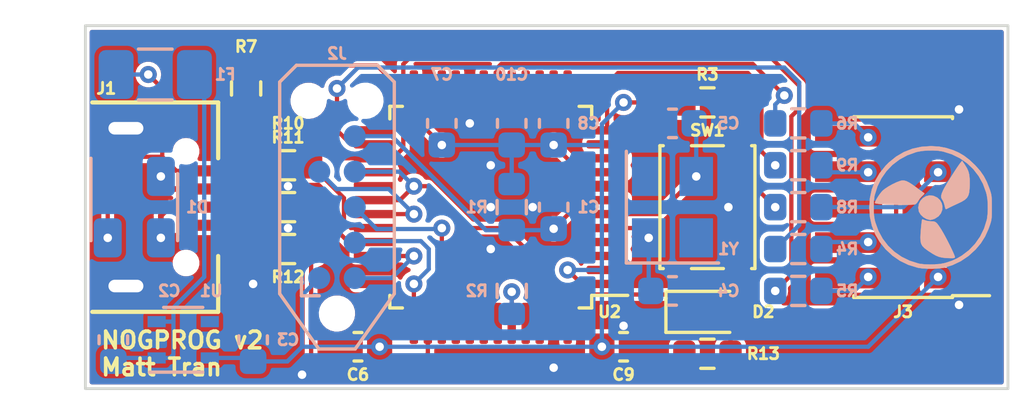
<source format=kicad_pcb>
(kicad_pcb (version 20211014) (generator pcbnew)
  (layers (0 "F.Cu" signal) (31 "B.Cu" signal) (34 "B.Paste" user) (35 "F.Paste" user) (36 "B.SilkS" user "B.Silkscreen") (37 "F.SilkS" user "F.Silkscreen") (38 "B.Mask" user) (39 "F.Mask" user) (44 "Edge.Cuts" user))
  (net 0 "")
  (net 1 "/IF_RST")
  (net 2 "GND")
  (net 3 "+5V")
  (net 4 "+3V3")
  (net 5 "Net-(C4-Pad2)")
  (net 6 "Net-(C5-Pad1)")
  (net 7 "/D-")
  (net 8 "/D+")
  (net 9 "Net-(D1-Pad4)")
  (net 10 "/IF_TX")
  (net 11 "Net-(D2-Pad2)")
  (net 13 "/IF_RX")
  (net 14 "/IF_SWO")
  (net 15 "/IF_SWCLK")
  (net 16 "/IF_SWDIO")
  (net 17 "/TGT_SWDIO")
  (net 18 "/TGT_SWCLK")
  (net 20 "/TGT_TX")
  (net 21 "/TGT_RX")
  (net 22 "/TGT_RST")
  (net 23 "/BOOT0")
  (net 24 "Net-(R4-Pad2)")
  (net 25 "Net-(R5-Pad2)")
  (net 26 "Net-(R6-Pad2)")
  (net 27 "Net-(R7-Pad2)")
  (net 28 "Net-(R8-Pad1)")
  (net 29 "Net-(R9-Pad1)")
  (net 30 "Net-(R10-Pad1)")
  (net 31 "Net-(R11-Pad1)")
  (net 32 "/USB_CONN")
  (footprint "Capacitor_SMD:C_0603_1608Metric" (layer "F.Cu") (at 154.75 105)
    (fp_text reference "C9" (at 0 1 180) (layer "F.SilkS") (effects (font (size 0.4 0.4) (thickness 0.1))))
    (fp_text value "100n")
    (pad "1" smd roundrect locked (at -0.775 0) (size 0.9 0.95) (layers "F.Cu" "F.Paste" "F.Mask") (net 4 "+3V3"))
    (pad "2" smd roundrect locked (at 0.775 0) (size 0.9 0.95) (layers "F.Cu" "F.Paste" "F.Mask") (net 2 "GND"))
  )
  (footprint "LED_SMD:LED_0603_1608Metric" (layer "F.Cu") (at 157.75 103.75)
    (fp_text reference "D2" (at 2 0) (layer "F.SilkS") (effects (font (size 0.4 0.4) (thickness 0.1))))
    (fp_text value "status")
    (pad "1" smd roundrect locked (at -0.7875 0) (size 0.875 0.95) (layers "F.Cu" "F.Paste" "F.Mask") (net 10 "/IF_TX"))
    (pad "2" smd roundrect locked (at 0.7875 0) (size 0.875 0.95) (layers "F.Cu" "F.Paste" "F.Mask") (net 11 "Net-(D2-Pad2)"))
  )
  (footprint "Package_QFP:LQFP-48_7x7mm_P0.5mm" (layer "F.Cu") (at 150 100 180)
    (fp_text reference "U2" (at -4.25 -3.75) (layer "F.SilkS") (effects (font (size 0.4 0.4) (thickness 0.1))))
    (fp_text value "STM32F103CBTx")
    (pad "1" smd roundrect locked (at -4.1625 -2.75 180) (size 1.475 0.3) (layers "F.Cu" "F.Paste" "F.Mask") (net 4 "+3V3"))
    (pad "2" smd roundrect locked (at -4.1625 -2.25 180) (size 1.475 0.3) (layers "F.Cu" "F.Paste" "F.Mask"))
    (pad "3" smd roundrect locked (at -4.1625 -1.75 180) (size 1.475 0.3) (layers "F.Cu" "F.Paste" "F.Mask"))
    (pad "4" smd roundrect locked (at -4.1625 -1.25 180) (size 1.475 0.3) (layers "F.Cu" "F.Paste" "F.Mask"))
    (pad "5" smd roundrect locked (at -4.1625 -0.75 180) (size 1.475 0.3) (layers "F.Cu" "F.Paste" "F.Mask") (net 5 "Net-(C4-Pad2)"))
    (pad "6" smd roundrect locked (at -4.1625 -0.25 180) (size 1.475 0.3) (layers "F.Cu" "F.Paste" "F.Mask") (net 6 "Net-(C5-Pad1)"))
    (pad "7" smd roundrect locked (at -4.1625 0.25 180) (size 1.475 0.3) (layers "F.Cu" "F.Paste" "F.Mask") (net 1 "/IF_RST"))
    (pad "8" smd roundrect locked (at -4.1625 0.75 180) (size 1.475 0.3) (layers "F.Cu" "F.Paste" "F.Mask") (net 2 "GND"))
    (pad "9" smd roundrect locked (at -4.1625 1.25 180) (size 1.475 0.3) (layers "F.Cu" "F.Paste" "F.Mask") (net 4 "+3V3"))
    (pad "10" smd roundrect locked (at -4.1625 1.75 180) (size 1.475 0.3) (layers "F.Cu" "F.Paste" "F.Mask"))
    (pad "11" smd roundrect locked (at -4.1625 2.25 180) (size 1.475 0.3) (layers "F.Cu" "F.Paste" "F.Mask"))
    (pad "12" smd roundrect locked (at -4.1625 2.75 180) (size 1.475 0.3) (layers "F.Cu" "F.Paste" "F.Mask") (net 28 "Net-(R8-Pad1)"))
    (pad "13" smd roundrect locked (at -2.75 4.1625 180) (size 0.3 1.475) (layers "F.Cu" "F.Paste" "F.Mask") (net 29 "Net-(R9-Pad1)"))
    (pad "14" smd roundrect locked (at -2.25 4.1625 180) (size 0.3 1.475) (layers "F.Cu" "F.Paste" "F.Mask"))
    (pad "15" smd roundrect locked (at -1.75 4.1625 180) (size 0.3 1.475) (layers "F.Cu" "F.Paste" "F.Mask"))
    (pad "16" smd roundrect locked (at -1.25 4.1625 180) (size 0.3 1.475) (layers "F.Cu" "F.Paste" "F.Mask"))
    (pad "17" smd roundrect locked (at -0.75 4.1625 180) (size 0.3 1.475) (layers "F.Cu" "F.Paste" "F.Mask"))
    (pad "18" smd roundrect locked (at -0.25 4.1625 180) (size 0.3 1.475) (layers "F.Cu" "F.Paste" "F.Mask") (net 26 "Net-(R6-Pad2)"))
    (pad "19" smd roundrect locked (at 0.25 4.1625 180) (size 0.3 1.475) (layers "F.Cu" "F.Paste" "F.Mask"))
    (pad "20" smd roundrect locked (at 0.75 4.1625 180) (size 0.3 1.475) (layers "F.Cu" "F.Paste" "F.Mask") (net 2 "GND"))
    (pad "21" smd roundrect locked (at 1.25 4.1625 180) (size 0.3 1.475) (layers "F.Cu" "F.Paste" "F.Mask"))
    (pad "22" smd roundrect locked (at 1.75 4.1625 180) (size 0.3 1.475) (layers "F.Cu" "F.Paste" "F.Mask"))
    (pad "23" smd roundrect locked (at 2.25 4.1625 180) (size 0.3 1.475) (layers "F.Cu" "F.Paste" "F.Mask") (net 2 "GND"))
    (pad "24" smd roundrect locked (at 2.75 4.1625 180) (size 0.3 1.475) (layers "F.Cu" "F.Paste" "F.Mask") (net 4 "+3V3"))
    (pad "25" smd roundrect locked (at 4.1625 2.75 180) (size 1.475 0.3) (layers "F.Cu" "F.Paste" "F.Mask") (net 27 "Net-(R7-Pad2)"))
    (pad "26" smd roundrect locked (at 4.1625 2.25 180) (size 1.475 0.3) (layers "F.Cu" "F.Paste" "F.Mask") (net 24 "Net-(R4-Pad2)"))
    (pad "27" smd roundrect locked (at 4.1625 1.75 180) (size 1.475 0.3) (layers "F.Cu" "F.Paste" "F.Mask") (net 25 "Net-(R5-Pad2)"))
    (pad "28" smd roundrect locked (at 4.1625 1.25 180) (size 1.475 0.3) (layers "F.Cu" "F.Paste" "F.Mask"))
    (pad "29" smd roundrect locked (at 4.1625 0.75 180) (size 1.475 0.3) (layers "F.Cu" "F.Paste" "F.Mask"))
    (pad "30" smd roundrect locked (at 4.1625 0.25 180) (size 1.475 0.3) (layers "F.Cu" "F.Paste" "F.Mask") (net 10 "/IF_TX"))
    (pad "31" smd roundrect locked (at 4.1625 -0.25 180) (size 1.475 0.3) (layers "F.Cu" "F.Paste" "F.Mask") (net 13 "/IF_RX"))
    (pad "32" smd roundrect locked (at 4.1625 -0.75 180) (size 1.475 0.3) (layers "F.Cu" "F.Paste" "F.Mask") (net 30 "Net-(R10-Pad1)"))
    (pad "33" smd roundrect locked (at 4.1625 -1.25 180) (size 1.475 0.3) (layers "F.Cu" "F.Paste" "F.Mask") (net 31 "Net-(R11-Pad1)"))
    (pad "34" smd roundrect locked (at 4.1625 -1.75 180) (size 1.475 0.3) (layers "F.Cu" "F.Paste" "F.Mask") (net 16 "/IF_SWDIO"))
    (pad "35" smd roundrect locked (at 4.1625 -2.25 180) (size 1.475 0.3) (layers "F.Cu" "F.Paste" "F.Mask") (net 2 "GND"))
    (pad "36" smd roundrect locked (at 4.1625 -2.75 180) (size 1.475 0.3) (layers "F.Cu" "F.Paste" "F.Mask") (net 4 "+3V3"))
    (pad "37" smd roundrect locked (at 2.75 -4.1625 180) (size 0.3 1.475) (layers "F.Cu" "F.Paste" "F.Mask") (net 15 "/IF_SWCLK"))
    (pad "38" smd roundrect locked (at 2.25 -4.1625 180) (size 0.3 1.475) (layers "F.Cu" "F.Paste" "F.Mask") (net 32 "/USB_CONN"))
    (pad "39" smd roundrect locked (at 1.75 -4.1625 180) (size 0.3 1.475) (layers "F.Cu" "F.Paste" "F.Mask") (net 14 "/IF_SWO"))
    (pad "40" smd roundrect locked (at 1.25 -4.1625 180) (size 0.3 1.475) (layers "F.Cu" "F.Paste" "F.Mask"))
    (pad "41" smd roundrect locked (at 0.75 -4.1625 180) (size 0.3 1.475) (layers "F.Cu" "F.Paste" "F.Mask"))
    (pad "42" smd roundrect locked (at 0.25 -4.1625 180) (size 0.3 1.475) (layers "F.Cu" "F.Paste" "F.Mask"))
    (pad "43" smd roundrect locked (at -0.25 -4.1625 180) (size 0.3 1.475) (layers "F.Cu" "F.Paste" "F.Mask"))
    (pad "44" smd roundrect locked (at -0.75 -4.1625 180) (size 0.3 1.475) (layers "F.Cu" "F.Paste" "F.Mask") (net 23 "/BOOT0"))
    (pad "45" smd roundrect locked (at -1.25 -4.1625 180) (size 0.3 1.475) (layers "F.Cu" "F.Paste" "F.Mask"))
    (pad "46" smd roundrect locked (at -1.75 -4.1625 180) (size 0.3 1.475) (layers "F.Cu" "F.Paste" "F.Mask"))
    (pad "47" smd roundrect locked (at -2.25 -4.1625 180) (size 0.3 1.475) (layers "F.Cu" "F.Paste" "F.Mask") (net 2 "GND"))
    (pad "48" smd roundrect locked (at -2.75 -4.1625 180) (size 0.3 1.475) (layers "F.Cu" "F.Paste" "F.Mask") (net 4 "+3V3"))
  )
  (footprint "Capacitor_SMD:C_0603_1608Metric" (layer "F.Cu") (at 145.25 105 180)
    (fp_text reference "C6" (at 0 -1) (layer "F.SilkS") (effects (font (size 0.4 0.4) (thickness 0.1))))
    (fp_text value "100n")
    (pad "1" smd roundrect locked (at -0.775 0 180) (size 0.9 0.95) (layers "F.Cu" "F.Paste" "F.Mask") (net 4 "+3V3"))
    (pad "2" smd roundrect locked (at 0.775 0 180) (size 0.9 0.95) (layers "F.Cu" "F.Paste" "F.Mask") (net 2 "GND"))
  )
  (footprint "Resistor_SMD:R_0603_1608Metric" (layer "F.Cu") (at 141.25 95.75 90)
    (fp_text reference "R7" (at 1.5 0 180) (layer "F.SilkS") (effects (font (size 0.4 0.4) (thickness 0.1))))
    (fp_text value "100")
    (pad "1" smd roundrect locked (at -0.825 0 90) (size 0.8 0.95) (layers "F.Cu" "F.Paste" "F.Mask") (net 25 "Net-(R5-Pad2)"))
    (pad "2" smd roundrect locked (at 0.825 0 90) (size 0.8 0.95) (layers "F.Cu" "F.Paste" "F.Mask") (net 27 "Net-(R7-Pad2)"))
  )
  (footprint "Resistor_SMD:R_0603_1608Metric" (layer "F.Cu") (at 142.75 100 180)
    (fp_text reference "R11" (at 0 2.5) (layer "F.SilkS") (effects (font (size 0.4 0.4) (thickness 0.1))))
    (fp_text value "22")
    (pad "1" smd roundrect locked (at -0.825 0 180) (size 0.8 0.95) (layers "F.Cu" "F.Paste" "F.Mask") (net 31 "Net-(R11-Pad1)"))
    (pad "2" smd roundrect locked (at 0.825 0 180) (size 0.8 0.95) (layers "F.Cu" "F.Paste" "F.Mask") (net 8 "/D+"))
  )
  (footprint "Resistor_SMD:R_0603_1608Metric" (layer "F.Cu") (at 142.75 98.5 180)
    (fp_text reference "R10" (at 0 1.5 180) (layer "F.SilkS") (effects (font (size 0.4 0.4) (thickness 0.1))))
    (fp_text value "22")
    (pad "1" smd roundrect locked (at -0.825 0 180) (size 0.8 0.95) (layers "F.Cu" "F.Paste" "F.Mask") (net 30 "Net-(R10-Pad1)"))
    (pad "2" smd roundrect locked (at 0.825 0 180) (size 0.8 0.95) (layers "F.Cu" "F.Paste" "F.Mask") (net 7 "/D-"))
  )
  (footprint "extraparts:USB_Micro-B_U254-05" (layer "F.Cu") (at 135.5 100 -90)
    (fp_text reference "J1" (at -4.25 -0.75 180) (layer "F.SilkS") (effects (font (size 0.4 0.4) (thickness 0.1))))
    (fp_text value "USB_B_Micro")
    (pad "" np_thru_hole circle locked (at 2 -3.6 270) (size 0.65 0.65) (drill 0.65) (layers *.Cu *.Mask))
    (pad "" np_thru_hole circle locked (at -2 -3.6 270) (size 0.65 0.65) (drill 0.65) (layers *.Cu *.Mask))
    (pad "1" smd rect locked (at -1.3 -4.1 270) (size 0.4 1.4) (layers "F.Cu" "F.Paste" "F.Mask") (net 9 "Net-(D1-Pad4)"))
    (pad "2" smd rect locked (at -0.65 -4.1 270) (size 0.4 1.4) (layers "F.Cu" "F.Paste" "F.Mask") (net 7 "/D-"))
    (pad "3" smd rect locked (at 0 -4.1 270) (size 0.4 1.4) (layers "F.Cu" "F.Paste" "F.Mask") (net 8 "/D+"))
    (pad "4" smd rect locked (at 0.65 -4.1 270) (size 0.4 1.4) (layers "F.Cu" "F.Paste" "F.Mask"))
    (pad "5" smd rect locked (at 1.3 -4.1 270) (size 0.4 1.4) (layers "F.Cu" "F.Paste" "F.Mask") (net 2 "GND"))
    (pad "6" thru_hole oval locked (at -2.825 -1.45 270) (size 1.05 1.85) (drill oval 0.45 1.25) (layers *.Cu *.Mask) (net 2 "GND"))
    (pad "6" smd rect locked (at -3.1 -3.95 270) (size 1 1) (layers "F.Cu" "F.Paste" "F.Mask") (net 2 "GND"))
    (pad "6" smd rect locked (at 3.1 -3.95 270) (size 1 1) (layers "F.Cu" "F.Paste" "F.Mask") (net 2 "GND"))
    (pad "6" thru_hole oval locked (at 2.825 -1.45 270) (size 1.05 1.85) (drill oval 0.45 1.25) (layers *.Cu *.Mask) (net 2 "GND"))
  )
  (footprint "Resistor_SMD:R_0603_1608Metric" (layer "F.Cu") (at 157.75 96.25)
    (fp_text reference "R3" (at 0 -1) (layer "F.SilkS") (effects (font (size 0.4 0.4) (thickness 0.1))))
    (fp_text value "10k")
    (pad "1" smd roundrect locked (at -0.825 0) (size 0.8 0.95) (layers "F.Cu" "F.Paste" "F.Mask") (net 4 "+3V3"))
    (pad "2" smd roundrect locked (at 0.825 0) (size 0.8 0.95) (layers "F.Cu" "F.Paste" "F.Mask") (net 22 "/TGT_RST"))
  )
  (footprint "Resistor_SMD:R_0603_1608Metric" (layer "F.Cu") (at 157.75 105.25 180)
    (fp_text reference "R13" (at -2 0) (layer "F.SilkS") (effects (font (size 0.4 0.4) (thickness 0.1))))
    (fp_text value "100")
    (pad "1" smd roundrect locked (at -0.825 0 180) (size 0.8 0.95) (layers "F.Cu" "F.Paste" "F.Mask") (net 11 "Net-(D2-Pad2)"))
    (pad "2" smd roundrect locked (at 0.825 0 180) (size 0.8 0.95) (layers "F.Cu" "F.Paste" "F.Mask") (net 4 "+3V3"))
  )
  (footprint "Button_Switch_SMD:SW_SPST_PTS810" (layer "F.Cu") (at 157.75 100 -90)
    (fp_text reference "SW1" (at -2.75 0 180) (layer "F.SilkS") (effects (font (size 0.4 0.4) (thickness 0.1))))
    (fp_text value "IF_BOOT")
    (pad "1" smd rect locked (at 2.075 -1.075 270) (size 1.05 0.65) (layers "F.Cu" "F.Paste" "F.Mask") (net 22 "/TGT_RST"))
    (pad "1" smd rect locked (at -2.075 -1.075 270) (size 1.05 0.65) (layers "F.Cu" "F.Paste" "F.Mask") (net 22 "/TGT_RST"))
    (pad "2" smd rect locked (at -2.075 1.075 270) (size 1.05 0.65) (layers "F.Cu" "F.Paste" "F.Mask") (net 2 "GND"))
    (pad "2" smd rect locked (at 2.075 1.075 270) (size 1.05 0.65) (layers "F.Cu" "F.Paste" "F.Mask") (net 2 "GND"))
  )
  (footprint "Resistor_SMD:R_0603_1608Metric" (layer "F.Cu") (at 142.75 101.5)
    (fp_text reference "R12" (at 0 1) (layer "F.SilkS") (effects (font (size 0.4 0.4) (thickness 0.1))))
    (fp_text value "1.5k")
    (pad "1" smd roundrect locked (at -0.825 0) (size 0.8 0.95) (layers "F.Cu" "F.Paste" "F.Mask") (net 8 "/D+"))
    (pad "2" smd roundrect locked (at 0.825 0) (size 0.8 0.95) (layers "F.Cu" "F.Paste" "F.Mask") (net 32 "/USB_CONN"))
  )
  (footprint "Connector_PinHeader_1.27mm:PinHeader_2x05_P1.27mm_Vertical_SMD" (layer "F.Cu") (at 164.75 100 180)
    (fp_text reference "J3" (at 0 -3.75) (layer "F.SilkS") (effects (font (size 0.4 0.4) (thickness 0.1))))
    (fp_text value "TGT_SWD")
    (pad "1" smd rect locked (at -1.95 -2.54 180) (size 2.4 0.74) (layers "F.Cu" "F.Paste" "F.Mask") (net 4 "+3V3"))
    (pad "2" smd rect locked (at 1.95 -2.54 180) (size 2.4 0.74) (layers "F.Cu" "F.Paste" "F.Mask") (net 17 "/TGT_SWDIO"))
    (pad "3" smd rect locked (at -1.95 -1.27 180) (size 2.4 0.74) (layers "F.Cu" "F.Paste" "F.Mask") (net 2 "GND"))
    (pad "4" smd rect locked (at 1.95 -1.27 180) (size 2.4 0.74) (layers "F.Cu" "F.Paste" "F.Mask") (net 18 "/TGT_SWCLK"))
    (pad "5" smd rect locked (at -1.95 0 180) (size 2.4 0.74) (layers "F.Cu" "F.Paste" "F.Mask") (net 2 "GND"))
    (pad "6" smd rect locked (at 1.95 0 180) (size 2.4 0.74) (layers "F.Cu" "F.Paste" "F.Mask"))
    (pad "7" smd rect locked (at -1.95 1.27 180) (size 2.4 0.74) (layers "F.Cu" "F.Paste" "F.Mask") (net 20 "/TGT_TX"))
    (pad "8" smd rect locked (at 1.95 1.27 180) (size 2.4 0.74) (layers "F.Cu" "F.Paste" "F.Mask") (net 21 "/TGT_RX"))
    (pad "9" smd rect locked (at -1.95 2.54 180) (size 2.4 0.74) (layers "F.Cu" "F.Paste" "F.Mask") (net 2 "GND"))
    (pad "10" smd rect locked (at 1.95 2.54 180) (size 2.4 0.74) (layers "F.Cu" "F.Paste" "F.Mask") (net 22 "/TGT_RST"))
  )
  (footprint "Resistor_SMD:R_0603_1608Metric" (layer "B.Cu") (at 150.75 103 90)
    (fp_text reference "R2" (at 0 -1.25 180) (layer "B.SilkS") (effects (font (size 0.4 0.4) (thickness 0.1)) (justify mirror)))
    (fp_text value "10k")
    (pad "1" smd roundrect locked (at -0.825 0 90) (size 0.8 0.95) (layers "B.Cu" "B.Paste" "B.Mask") (net 23 "/BOOT0"))
    (pad "2" smd roundrect locked (at 0.825 0 90) (size 0.8 0.95) (layers "B.Cu" "B.Paste" "B.Mask") (net 2 "GND"))
  )
  (footprint "Capacitor_SMD:C_0603_1608Metric" (layer "B.Cu") (at 152.25 100 90)
    (fp_text reference "C1" (at 0 1.25 180) (layer "B.SilkS") (effects (font (size 0.4 0.4) (thickness 0.1)) (justify mirror)))
    (fp_text value "100n")
    (pad "1" smd roundrect locked (at -0.775 0 90) (size 0.9 0.95) (layers "B.Cu" "B.Paste" "B.Mask") (net 1 "/IF_RST"))
    (pad "2" smd roundrect locked (at 0.775 0 90) (size 0.9 0.95) (layers "B.Cu" "B.Paste" "B.Mask") (net 2 "GND"))
  )
  (footprint "Resistor_SMD:R_0603_1608Metric" (layer "B.Cu") (at 161 101.5 180)
    (fp_text reference "R4" (at -1.75 0) (layer "B.SilkS") (effects (font (size 0.4 0.4) (thickness 0.1)) (justify mirror)))
    (fp_text value "22")
    (pad "1" smd roundrect locked (at -0.825 0 180) (size 0.8 0.95) (layers "B.Cu" "B.Paste" "B.Mask") (net 18 "/TGT_SWCLK"))
    (pad "2" smd roundrect locked (at 0.825 0 180) (size 0.8 0.95) (layers "B.Cu" "B.Paste" "B.Mask") (net 24 "Net-(R4-Pad2)"))
  )
  (footprint "Fuse:Fuse_1206_3216Metric" (layer "B.Cu") (at 138 95.25)
    (fp_text reference "F1" (at 2.5 0) (layer "B.SilkS") (effects (font (size 0.4 0.4) (thickness 0.1)) (justify mirror)))
    (fp_text value "500mA")
    (pad "1" smd roundrect locked (at -1.4 0) (size 1.25 1.75) (layers "B.Cu" "B.Paste" "B.Mask") (roundrect_rratio 0.2) (net 9 "Net-(D1-Pad4)"))
    (pad "2" smd roundrect locked (at 1.4 0) (size 1.25 1.75) (layers "B.Cu" "B.Paste" "B.Mask") (roundrect_rratio 0.2) (net 3 "+5V"))
  )
  (footprint "Package_TO_SOT_SMD:SOT-143" (layer "B.Cu") (at 137.25 100 -90)
    (fp_text reference "D1" (at 0 -2.25 180) (layer "B.SilkS") (effects (font (size 0.4 0.4) (thickness 0.1)) (justify mirror)))
    (fp_text value "PRTR5V0U2X")
    (pad "1" smd roundrect locked (at -1.1 0.77) (size 1.2 1.4) (layers "B.Cu" "B.Paste" "B.Mask") (roundrect_rratio 0.2) (net 2 "GND"))
    (pad "2" smd roundrect locked (at -1.1 -0.95) (size 1 1.4) (layers "B.Cu" "B.Paste" "B.Mask") (roundrect_rratio 0.2) (net 7 "/D-"))
    (pad "3" smd roundrect locked (at 1.1 -0.95) (size 1 1.4) (layers "B.Cu" "B.Paste" "B.Mask") (roundrect_rratio 0.2) (net 8 "/D+"))
    (pad "4" smd roundrect locked (at 1.1 0.95) (size 1 1.4) (layers "B.Cu" "B.Paste" "B.Mask") (roundrect_rratio 0.2) (net 9 "Net-(D1-Pad4)"))
  )
  (footprint "Crystal:Crystal_SMD_3225-4Pin_3.2x2.5mm" (layer "B.Cu") (at 156.5 100 90)
    (fp_text reference "Y1" (at -1.5 2 180) (layer "B.SilkS") (effects (font (size 0.4 0.4) (thickness 0.1)) (justify mirror)))
    (fp_text value "8MHz")
    (pad "1" smd rect locked (at -1.1 -0.85 90) (size 1.4 1.2) (layers "B.Cu" "B.Paste" "B.Mask") (net 5 "Net-(C4-Pad2)"))
    (pad "2" smd rect locked (at 1.1 -0.85 90) (size 1.4 1.2) (layers "B.Cu" "B.Paste" "B.Mask"))
    (pad "3" smd rect locked (at 1.1 0.85 90) (size 1.4 1.2) (layers "B.Cu" "B.Paste" "B.Mask") (net 6 "Net-(C5-Pad1)"))
    (pad "4" smd rect locked (at -1.1 0.85 90) (size 1.4 1.2) (layers "B.Cu" "B.Paste" "B.Mask"))
  )
  (footprint "Package_TO_SOT_SMD:SOT-353_SC-70-5" (layer "B.Cu") (at 139 104.75)
    (fp_text reference "U1" (at 1 -1.75) (layer "B.SilkS") (effects (font (size 0.4 0.4) (thickness 0.1)) (justify mirror)))
    (fp_text value "MIC5365-3.3YC5")
    (pad "1" smd rect locked (at -0.95 0.65) (size 0.65 0.4) (layers "B.Cu" "B.Paste" "B.Mask") (net 3 "+5V"))
    (pad "2" smd rect locked (at -0.95 0) (size 0.65 0.4) (layers "B.Cu" "B.Paste" "B.Mask") (net 2 "GND"))
    (pad "3" smd rect locked (at -0.95 -0.65) (size 0.65 0.4) (layers "B.Cu" "B.Paste" "B.Mask") (net 3 "+5V"))
    (pad "4" smd rect locked (at 0.95 -0.65) (size 0.65 0.4) (layers "B.Cu" "B.Paste" "B.Mask"))
    (pad "5" smd rect locked (at 0.95 0.65) (size 0.65 0.4) (layers "B.Cu" "B.Paste" "B.Mask") (net 4 "+3V3"))
  )
  (footprint "Resistor_SMD:R_0603_1608Metric" (layer "B.Cu") (at 150.75 100 -90)
    (fp_text reference "R1" (at 0 1.25 180) (layer "B.SilkS") (effects (font (size 0.4 0.4) (thickness 0.1)) (justify mirror)))
    (fp_text value "10k")
    (pad "1" smd roundrect locked (at -0.825 0 270) (size 0.8 0.95) (layers "B.Cu" "B.Paste" "B.Mask") (net 4 "+3V3"))
    (pad "2" smd roundrect locked (at 0.825 0 270) (size 0.8 0.95) (layers "B.Cu" "B.Paste" "B.Mask") (net 1 "/IF_RST"))
  )
  (footprint "Connector:Tag-Connect_TC2050-IDC-NL_2x05_P1.27mm_Vertical" (layer "B.Cu") (at 144.5 100 90)
    (fp_text reference "J2" (at 5.5 0 180) (layer "B.SilkS") (effects (font (size 0.4 0.4) (thickness 0.1)) (justify mirror)))
    (fp_text value "IF_SWD")
    (pad "" np_thru_hole circle locked (at -3.81 0 90) (size 0.9906 0.9906) (drill 0.9906) (layers *.Cu *.Mask))
    (pad "" np_thru_hole circle locked (at 3.81 1.016 90) (size 0.9906 0.9906) (drill 0.9906) (layers *.Cu *.Mask))
    (pad "" np_thru_hole circle locked (at 3.81 -1.016 90) (size 0.9906 0.9906) (drill 0.9906) (layers *.Cu *.Mask))
    (pad "1" connect circle locked (at -2.54 -0.635 90) (size 0.7874 0.7874) (layers "B.Cu" "B.Mask") (net 4 "+3V3"))
    (pad "2" connect circle locked (at -1.27 -0.635 90) (size 0.7874 0.7874) (layers "B.Cu" "B.Mask") (net 2 "GND"))
    (pad "3" connect circle locked (at 0 -0.635 90) (size 0.7874 0.7874) (layers "B.Cu" "B.Mask") (net 2 "GND"))
    (pad "4" connect circle locked (at 1.27 -0.635 90) (size 0.7874 0.7874) (layers "B.Cu" "B.Mask") (net 13 "/IF_RX"))
    (pad "5" connect circle locked (at 2.54 -0.635 90) (size 0.7874 0.7874) (layers "B.Cu" "B.Mask") (net 2 "GND"))
    (pad "6" connect circle locked (at 2.54 0.635 90) (size 0.7874 0.7874) (layers "B.Cu" "B.Mask") (net 1 "/IF_RST"))
    (pad "7" connect circle locked (at 1.27 0.635 90) (size 0.7874 0.7874) (layers "B.Cu" "B.Mask") (net 10 "/IF_TX"))
    (pad "8" connect circle locked (at 0 0.635 90) (size 0.7874 0.7874) (layers "B.Cu" "B.Mask") (net 14 "/IF_SWO"))
    (pad "9" connect circle locked (at -1.27 0.635 90) (size 0.7874 0.7874) (layers "B.Cu" "B.Mask") (net 15 "/IF_SWCLK"))
    (pad "10" connect circle locked (at -2.54 0.635 90) (size 0.7874 0.7874) (layers "B.Cu" "B.Mask") (net 16 "/IF_SWDIO"))
  )
  (footprint "Capacitor_SMD:C_0603_1608Metric" (layer "B.Cu") (at 148.25 97 90)
    (fp_text reference "C7" (at 1.75 0 180) (layer "B.SilkS") (effects (font (size 0.4 0.4) (thickness 0.1)) (justify mirror)))
    (fp_text value "100n")
    (pad "1" smd roundrect locked (at -0.775 0 90) (size 0.9 0.95) (layers "B.Cu" "B.Paste" "B.Mask") (net 4 "+3V3"))
    (pad "2" smd roundrect locked (at 0.775 0 90) (size 0.9 0.95) (layers "B.Cu" "B.Paste" "B.Mask") (net 2 "GND"))
  )
  (footprint "Resistor_SMD:R_0603_1608Metric" (layer "B.Cu") (at 161 97 180)
    (fp_text reference "R6" (at -1.75 0) (layer "B.SilkS") (effects (font (size 0.4 0.4) (thickness 0.1)) (justify mirror)))
    (fp_text value "22")
    (pad "1" smd roundrect locked (at -0.825 0 180) (size 0.8 0.95) (layers "B.Cu" "B.Paste" "B.Mask") (net 22 "/TGT_RST"))
    (pad "2" smd roundrect locked (at 0.825 0 180) (size 0.8 0.95) (layers "B.Cu" "B.Paste" "B.Mask") (net 26 "Net-(R6-Pad2)"))
  )
  (footprint "Capacitor_SMD:C_0603_1608Metric" (layer "B.Cu") (at 156.5 97 180)
    (fp_text reference "C5" (at -2 0) (layer "B.SilkS") (effects (font (size 0.4 0.4) (thickness 0.1)) (justify mirror)))
    (fp_text value "20p")
    (pad "1" smd roundrect locked (at -0.775 0 180) (size 0.9 0.95) (layers "B.Cu" "B.Paste" "B.Mask") (net 6 "Net-(C5-Pad1)"))
    (pad "2" smd roundrect locked (at 0.775 0 180) (size 0.9 0.95) (layers "B.Cu" "B.Paste" "B.Mask") (net 2 "GND"))
  )
  (footprint "Resistor_SMD:R_0603_1608Metric" (layer "B.Cu") (at 161 98.5)
    (fp_text reference "R9" (at 1.75 0) (layer "B.SilkS") (effects (font (size 0.4 0.4) (thickness 0.1)) (justify mirror)))
    (fp_text value "22")
    (pad "1" smd roundrect locked (at -0.825 0) (size 0.8 0.95) (layers "B.Cu" "B.Paste" "B.Mask") (net 29 "Net-(R9-Pad1)"))
    (pad "2" smd roundrect locked (at 0.825 0) (size 0.8 0.95) (layers "B.Cu" "B.Paste" "B.Mask") (net 21 "/TGT_RX"))
  )
  (footprint "Capacitor_SMD:C_0603_1608Metric" (layer "B.Cu") (at 141.5 104.75 90)
    (fp_text reference "C3" (at 0 1.25 180) (layer "B.SilkS") (effects (font (size 0.4 0.4) (thickness 0.1)) (justify mirror)))
    (fp_text value "1u")
    (pad "1" smd roundrect locked (at -0.775 0 90) (size 0.9 0.95) (layers "B.Cu" "B.Paste" "B.Mask") (net 4 "+3V3"))
    (pad "2" smd roundrect locked (at 0.775 0 90) (size 0.9 0.95) (layers "B.Cu" "B.Paste" "B.Mask") (net 2 "GND"))
  )
  (footprint "Capacitor_SMD:C_0603_1608Metric" (layer "B.Cu") (at 152.25 97 90)
    (fp_text reference "C8" (at 0 1.25 180) (layer "B.SilkS") (effects (font (size 0.4 0.4) (thickness 0.1)) (justify mirror)))
    (fp_text value "100n")
    (pad "1" smd roundrect locked (at -0.775 0 90) (size 0.9 0.95) (layers "B.Cu" "B.Paste" "B.Mask") (net 4 "+3V3"))
    (pad "2" smd roundrect locked (at 0.775 0 90) (size 0.9 0.95) (layers "B.Cu" "B.Paste" "B.Mask") (net 2 "GND"))
  )
  (footprint "extraparts:auv_logo" (layer "B.Cu") (at 165.75 100 180)
    (fp_text reference "H1" hide)
    (fp_text value "logo" hide)
  )
  (footprint "Resistor_SMD:R_0603_1608Metric" (layer "B.Cu") (at 161 103 180)
    (fp_text reference "R5" (at -1.75 0) (layer "B.SilkS") (effects (font (size 0.4 0.4) (thickness 0.1)) (justify mirror)))
    (fp_text value "22")
    (pad "1" smd roundrect locked (at -0.825 0 180) (size 0.8 0.95) (layers "B.Cu" "B.Paste" "B.Mask") (net 17 "/TGT_SWDIO"))
    (pad "2" smd roundrect locked (at 0.825 0 180) (size 0.8 0.95) (layers "B.Cu" "B.Paste" "B.Mask") (net 25 "Net-(R5-Pad2)"))
  )
  (footprint "Capacitor_SMD:C_0603_1608Metric" (layer "B.Cu") (at 136.5 104.75 -90)
    (fp_text reference "C2" (at -1.75 -2 180) (layer "B.SilkS") (effects (font (size 0.4 0.4) (thickness 0.1)) (justify mirror)))
    (fp_text value "1u")
    (pad "1" smd roundrect locked (at -0.775 0 270) (size 0.9 0.95) (layers "B.Cu" "B.Paste" "B.Mask") (net 2 "GND"))
    (pad "2" smd roundrect locked (at 0.775 0 270) (size 0.9 0.95) (layers "B.Cu" "B.Paste" "B.Mask") (net 3 "+5V"))
  )
  (footprint "Resistor_SMD:R_0603_1608Metric" (layer "B.Cu") (at 161 100)
    (fp_text reference "R8" (at 1.75 0) (layer "B.SilkS") (effects (font (size 0.4 0.4) (thickness 0.1)) (justify mirror)))
    (fp_text value "22")
    (pad "1" smd roundrect locked (at -0.825 0) (size 0.8 0.95) (layers "B.Cu" "B.Paste" "B.Mask") (net 28 "Net-(R8-Pad1)"))
    (pad "2" smd roundrect locked (at 0.825 0) (size 0.8 0.95) (layers "B.Cu" "B.Paste" "B.Mask") (net 20 "/TGT_TX"))
  )
  (footprint "Capacitor_SMD:C_0603_1608Metric" (layer "B.Cu") (at 150.75 97 90)
    (fp_text reference "C10" (at 1.75 0 180) (layer "B.SilkS") (effects (font (size 0.4 0.4) (thickness 0.1)) (justify mirror)))
    (fp_text value "1u")
    (pad "1" smd roundrect locked (at -0.775 0 90) (size 0.9 0.95) (layers "B.Cu" "B.Paste" "B.Mask") (net 4 "+3V3"))
    (pad "2" smd roundrect locked (at 0.775 0 90) (size 0.9 0.95) (layers "B.Cu" "B.Paste" "B.Mask") (net 2 "GND"))
  )
  (footprint "Capacitor_SMD:C_0603_1608Metric" (layer "B.Cu") (at 156.5 103 180)
    (fp_text reference "C4" (at -2 0) (layer "B.SilkS") (effects (font (size 0.4 0.4) (thickness 0.1)) (justify mirror)))
    (fp_text value "20p")
    (pad "1" smd roundrect locked (at -0.775 0 180) (size 0.9 0.95) (layers "B.Cu" "B.Paste" "B.Mask") (net 2 "GND"))
    (pad "2" smd roundrect locked (at 0.775 0 180) (size 0.9 0.95) (layers "B.Cu" "B.Paste" "B.Mask") (net 5 "Net-(C4-Pad2)"))
  )
  (gr_rect (start 135.5 93.5) (end 168.5 106.5) (layer "Edge.Cuts") (width 0.1) (fill none))
  (gr_text "NOGPROG v2\nMatt Tran" (at 136 105.25) (layer "F.SilkS") (effects (font (size 0.6 0.6) (thickness 0.127)) (justify left)))
  (segment (start 154.1625 99.75) (end 153.275 99.75) (width 0.1524) (layer "F.Cu") (net 1))
  (segment (start 153.275 99.75) (end 152.25 100.775) (width 0.1524) (layer "F.Cu") (net 1))
  (via (at 152.25 100.775) (size 0.6096) (drill 0.3048) (layers "F.Cu" "B.Cu") (net 1))
  (segment (start 146.46 97.46) (end 145.135 97.46) (width 0.1524) (layer "B.Cu") (net 1))
  (segment (start 150.75 100.825) (end 152.2 100.825) (width 0.1524) (layer "B.Cu") (net 1))
  (segment (start 149.825 100.825) (end 146.46 97.46) (width 0.1524) (layer "B.Cu") (net 1))
  (segment (start 152.2 100.825) (end 152.25 100.775) (width 0.1524) (layer "B.Cu") (net 1))
  (segment (start 150.75 100.825) (end 149.825 100.825) (width 0.1524) (layer "B.Cu") (net 1))
  (via (at 166.75 96.5) (size 0.6096) (drill 0.3048) (layers "F.Cu" "B.Cu") (net 2))
  (via (at 154.75 104.25) (size 0.6096) (drill 0.3048) (layers "F.Cu" "B.Cu") (net 2))
  (via (at 150 100) (size 0.6096) (drill 0.3048) (layers "F.Cu" "B.Cu") (net 2))
  (via (at 142.75 99.25) (size 0.6096) (drill 0.3048) (layers "F.Cu" "B.Cu") (net 2))
  (via (at 150 98.5) (size 0.6096) (drill 0.3048) (layers "F.Cu" "B.Cu") (net 2))
  (via (at 151.5 100) (size 0.6096) (drill 0.3048) (layers "F.Cu" "B.Cu") (net 2))
  (via (at 143.25 106) (size 0.6096) (drill 0.3048) (layers "F.Cu" "B.Cu") (net 2))
  (via (at 152.25 105.75) (size 0.6096) (drill 0.3048) (layers "F.Cu" "B.Cu") (net 2))
  (via (at 158.5 100) (size 0.6096) (drill 0.3048) (layers "F.Cu" "B.Cu") (net 2))
  (via (at 150 101.5) (size 0.6096) (drill 0.3048) (layers "F.Cu" "B.Cu") (net 2))
  (via (at 166.75 103.5) (size 0.6096) (drill 0.3048) (layers "F.Cu" "B.Cu") (net 2))
  (via (at 142.75 100.75) (size 0.6096) (drill 0.3048) (layers "F.Cu" "B.Cu") (net 2))
  (via (at 149.25 97) (size 0.6096) (drill 0.3048) (layers "F.Cu" "B.Cu") (net 2))
  (via (at 141.5 102.75) (size 0.6096) (drill 0.3048) (layers "F.Cu" "B.Cu") (net 2))
  (segment (start 138.65 104.1) (end 138.05 104.1) (width 0.1524) (layer "B.Cu") (net 3))
  (segment (start 138.05 105.4) (end 136.625 105.4) (width 0.1524) (layer "B.Cu") (net 3))
  (segment (start 139.750721 102.499279) (end 138.65 103.6) (width 0.1524) (layer "B.Cu") (net 3))
  (segment (start 139.750721 95.600721) (end 139.750721 102.499279) (width 0.1524) (layer "B.Cu") (net 3))
  (segment (start 139.4 95.25) (end 139.750721 95.600721) (width 0.1524) (layer "B.Cu") (net 3))
  (segment (start 138.5274 105.4) (end 138.65 105.2774) (width 0.1524) (layer "B.Cu") (net 3))
  (segment (start 138.05 105.4) (end 138.5274 105.4) (width 0.1524) (layer "B.Cu") (net 3))
  (segment (start 136.625 105.4) (end 136.5 105.525) (width 0.1524) (layer "B.Cu") (net 3))
  (segment (start 138.65 105.2774) (end 138.65 104.1) (width 0.1524) (layer "B.Cu") (net 3))
  (segment (start 138.65 103.6) (end 138.65 104.1) (width 0.1524) (layer "B.Cu") (net 3))
  (segment (start 153.25 102.75) (end 152.75 102.25) (width 0.1524) (layer "F.Cu") (net 4))
  (segment (start 154.1625 98.75) (end 153.225 98.75) (width 0.1524) (layer "F.Cu") (net 4))
  (segment (start 153.225 98.75) (end 152.25 97.775) (width 0.1524) (layer "F.Cu") (net 4))
  (segment (start 156.925 96.25) (end 154.75 96.25) (width 0.1524) (layer "F.Cu") (net 4))
  (segment (start 147.25 95.8375) (end 147.25 96.775) (width 0.1524) (layer "F.Cu") (net 4))
  (segment (start 156.925 105.25) (end 156.47188 105.70312) (width 0.1524) (layer "F.Cu") (net 4))
  (segment (start 154.1625 102.75) (end 153.25 102.75) (width 0.1524) (layer "F.Cu") (net 4))
  (segment (start 156.47188 105.70312) (end 154.67812 105.70312) (width 0.1524) (layer "F.Cu") (net 4))
  (segment (start 147.25 96.775) (end 148.25 97.775) (width 0.1524) (layer "F.Cu") (net 4))
  (segment (start 145.8375 104.8125) (end 146.025 105) (width 0.1524) (layer "F.Cu") (net 4))
  (segment (start 145.8375 102.75) (end 145.8375 104.8125) (width 0.1524) (layer "F.Cu") (net 4))
  (segment (start 152.75 104.1625) (end 153.1375 104.1625) (width 0.1524) (layer "F.Cu") (net 4))
  (segment (start 154.67812 105.70312) (end 153.975 105) (width 0.1524) (layer "F.Cu") (net 4))
  (segment (start 153.1375 104.1625) (end 153.975 105) (width 0.1524) (layer "F.Cu") (net 4))
  (via (at 148.25 97.775) (size 0.6096) (drill 0.3048) (layers "F.Cu" "B.Cu") (net 4))
  (via (at 152.25 97.775) (size 0.6096) (drill 0.3048) (layers "F.Cu" "B.Cu") (net 4))
  (via (at 152.75 102.25) (size 0.6096) (drill 0.3048) (layers "F.Cu" "B.Cu") (net 4))
  (via (at 166 102.5) (size 0.6096) (drill 0.3048) (layers "F.Cu" "B.Cu") (net 4))
  (via (at 154.75 96.25) (size 0.6096) (drill 0.3048) (layers "F.Cu" "B.Cu") (net 4))
  (via (at 146.025 105) (size 0.6096) (drill 0.3048) (layers "F.Cu" "B.Cu") (net 4))
  (via (at 153.975 105) (size 0.6096) (drill 0.3048) (layers "F.Cu" "B.Cu") (net 4))
  (segment (start 153.975 97.775) (end 153.975 97.025) (width 0.1524) (layer "B.Cu") (net 4))
  (segment (start 153.975 102.275) (end 153.975 97.775) (width 0.1524) (layer "B.Cu") (net 4))
  (segment (start 153.95 102.25) (end 153.975 102.275) (width 0.1524) (layer "B.Cu") (net 4))
  (segment (start 166 102.5) (end 163.5 105) (width 0.1524) (layer "B.Cu") (net 4))
  (segment (start 142.725 105.525) (end 143.25 105) (width 0.1524) (layer "B.Cu") (net 4))
  (segment (start 141.375 105.4) (end 141.5 105.525) (width 0.1524) (layer "B.Cu") (net 4))
  (segment (start 152.25 97.775) (end 153.975 97.775) (width 0.1524) (layer "B.Cu") (net 4))
  (segment (start 146.025 105) (end 143.25 105) (width 0.1524) (layer "B.Cu") (net 4))
  (segment (start 163.5 105) (end 153.975 105) (width 0.1524) (layer "B.Cu") (net 4))
  (segment (start 141.5 105.525) (end 142.725 105.525) (width 0.1524) (layer "B.Cu") (net 4))
  (segment (start 139.95 105.4) (end 141.375 105.4) (width 0.1524) (layer "B.Cu") (net 4))
  (segment (start 153.975 97.025) (end 154.75 96.25) (width 0.1524) (layer "B.Cu") (net 4))
  (segment (start 150.75 99.175) (end 150.75 97.775) (width 0.1524) (layer "B.Cu") (net 4))
  (segment (start 143.25 105) (end 143.25 103.155) (width 0.1524) (layer "B.Cu") (net 4))
  (segment (start 153.975 105) (end 153.975 102.275) (width 0.1524) (layer "B.Cu") (net 4))
  (segment (start 152.75 102.25) (end 153.95 102.25) (width 0.1524) (layer "B.Cu") (net 4))
  (segment (start 143.25 103.155) (end 143.865 102.54) (width 0.1524) (layer "B.Cu") (net 4))
  (segment (start 146.025 105) (end 153.975 105) (width 0.1524) (layer "B.Cu") (net 4))
  (segment (start 148.25 97.775) (end 152.25 97.775) (width 0.1524) (layer "B.Cu") (net 4))
  (segment (start 154.1625 100.75) (end 155.3 100.75) (width 0.1524) (layer "F.Cu") (net 5))
  (segment (start 155.3 100.75) (end 155.65 101.1) (width 0.1524) (layer "F.Cu") (net 5))
  (via (at 155.65 101.1) (size 0.6096) (drill 0.3048) (layers "F.Cu" "B.Cu") (net 5))
  (segment (start 155.725 103) (end 155.65 102.925) (width 0.1524) (layer "B.Cu") (net 5))
  (segment (start 155.65 102.925) (end 155.65 101.1) (width 0.1524) (layer "B.Cu") (net 5))
  (segment (start 156 100.25) (end 157.35 98.9) (width 0.1524) (layer "F.Cu") (net 6))
  (segment (start 154.1625 100.25) (end 156 100.25) (width 0.1524) (layer "F.Cu") (net 6))
  (via (at 157.35 98.9) (size 0.6096) (drill 0.3048) (layers "F.Cu" "B.Cu") (net 6))
  (segment (start 157.35 98.9) (end 157.35 97.075) (width 0.1524) (layer "B.Cu") (net 6))
  (segment (start 139.6 99.35) (end 138.65 99.35) (width 0.2032) (layer "F.Cu") (net 7))
  (segment (start 141.075 99.35) (end 141.925 98.5) (width 0.2032) (layer "F.Cu") (net 7))
  (segment (start 138.65 99.35) (end 138.2 98.9) (width 0.2032) (layer "F.Cu") (net 7))
  (segment (start 139.6 99.35) (end 141.075 99.35) (width 0.2032) (layer "F.Cu") (net 7))
  (via (at 138.2 98.9) (size 0.6096) (drill 0.3048) (layers "F.Cu" "B.Cu") (net 7))
  (segment (start 138.2 100.3) (end 138.2 101.1) (width 0.2032) (layer "F.Cu") (net 8))
  (segment (start 138.5 100) (end 138.2 100.3) (width 0.2032) (layer "F.Cu") (net 8))
  (segment (start 139.6 100) (end 138.5 100) (width 0.2032) (layer "F.Cu") (net 8))
  (segment (start 139.6 100) (end 141.925 100) (width 0.2032) (layer "F.Cu") (net 8))
  (segment (start 141.925 100) (end 141.925 101.5) (width 0.2032) (layer "F.Cu") (net 8))
  (via (at 138.2 101.1) (size 0.6096) (drill 0.3048) (layers "F.Cu" "B.Cu") (net 8))
  (segment (start 138.25 98.196349) (end 138.25 95.75) (width 0.1524) (layer "F.Cu") (net 9))
  (segment (start 138.753651 98.7) (end 138.25 98.196349) (width 0.1524) (layer "F.Cu") (net 9))
  (segment (start 136.3 98.95) (end 136.3 101.1) (width 0.1524) (layer "F.Cu") (net 9))
  (segment (start 138.25 95.75) (end 137.75 95.25) (width 0.1524) (layer "F.Cu") (net 9))
  (segment (start 138.25 98.196349) (end 137.053651 98.196349) (width 0.1524) (layer "F.Cu") (net 9))
  (segment (start 137.053651 98.196349) (end 136.3 98.95) (width 0.1524) (layer "F.Cu") (net 9))
  (segment (start 139.6 98.7) (end 138.753651 98.7) (width 0.1524) (layer "F.Cu") (net 9))
  (via (at 137.75 95.25) (size 0.6096) (drill 0.3048) (layers "F.Cu" "B.Cu") (net 9))
  (via (at 136.3 101.1) (size 0.6096) (drill 0.3048) (layers "F.Cu" "B.Cu") (net 9))
  (segment (start 137.75 95.25) (end 136.6 95.25) (width 0.1524) (layer "B.Cu") (net 9))
  (segment (start 147.75 99.25) (end 149.25 100.75) (width 0.1524) (layer "F.Cu") (net 10))
  (segment (start 152.874469 103.12812) (end 156.34062 103.12812) (width 0.1524) (layer "F.Cu") (net 10))
  (segment (start 146.75 99.75) (end 145.8375 99.75) (width 0.1524) (layer "F.Cu") (net 10))
  (segment (start 156.34062 103.12812) (end 156.9625 103.75) (width 0.1524) (layer "F.Cu") (net 10))
  (segment (start 147.25 99.25) (end 147.75 99.25) (width 0.1524) (layer "F.Cu") (net 10))
  (segment (start 152.217089 102.47074) (end 152.874469 103.12812) (width 0.1524) (layer "F.Cu") (net 10))
  (segment (start 147.25 99.25) (end 146.75 99.75) (width 0.1524) (layer "F.Cu") (net 10))
  (segment (start 150.5 100.75) (end 152.217089 102.467089) (width 0.1524) (layer "F.Cu") (net 10))
  (segment (start 149.25 100.75) (end 150.5 100.75) (width 0.1524) (layer "F.Cu") (net 10))
  (segment (start 152.217089 102.467089) (end 152.217089 102.47074) (width 0.1524) (layer "F.Cu") (net 10))
  (via (at 147.25 99.25) (size 0.6096) (drill 0.3048) (layers "F.Cu" "B.Cu") (net 10))
  (segment (start 146.73 98.73) (end 145.135 98.73) (width 0.1524) (layer "B.Cu") (net 10))
  (segment (start 147.25 99.25) (end 146.73 98.73) (width 0.1524) (layer "B.Cu") (net 10))
  (segment (start 158.575 105.25) (end 158.575 103.7875) (width 0.1524) (layer "F.Cu") (net 11))
  (segment (start 158.575 103.7875) (end 158.5375 103.75) (width 0.1524) (layer "F.Cu") (net 11))
  (segment (start 145.8375 100.25) (end 147.25 100.25) (width 0.1524) (layer "F.Cu") (net 13))
  (via (at 147.25 100.25) (size 0.6096) (drill 0.3048) (layers "F.Cu" "B.Cu") (net 13))
  (segment (start 146.351811 99.351811) (end 147.25 100.25) (width 0.1524) (layer "B.Cu") (net 13))
  (segment (start 143.865 98.73) (end 144.486811 99.351811) (width 0.1524) (layer "B.Cu") (net 13))
  (segment (start 144.486811 99.351811) (end 146.351811 99.351811) (width 0.1524) (layer "B.Cu") (net 13))
  (segment (start 148.25 104.1625) (end 148.25 100.75) (width 0.1524) (layer "F.Cu") (net 14))
  (via (at 148.25 100.75) (size 0.6096) (drill 0.3048) (layers "F.Cu" "B.Cu") (net 14))
  (segment (start 148.217089 100.782911) (end 145.917911 100.782911) (width 0.1524) (layer "B.Cu") (net 14))
  (segment (start 148.25 100.75) (end 148.217089 100.782911) (width 0.1524) (layer "B.Cu") (net 14))
  (segment (start 145.917911 100.782911) (end 145.135 100) (width 0.1524) (layer "B.Cu") (net 14))
  (segment (start 147.25 104.1625) (end 147.25 102.75) (width 0.1524) (layer "F.Cu") (net 15))
  (via (at 147.25 102.75) (size 0.6096) (drill 0.3048) (layers "F.Cu" "B.Cu") (net 15))
  (segment (start 145.187911 101.217089) (end 145.135 101.27) (width 0.1524) (layer "B.Cu") (net 15))
  (segment (start 147.782911 102.217089) (end 147.782911 101.5) (width 0.1524) (layer "B.Cu") (net 15))
  (segment (start 147.782911 101.5) (end 147.5 101.217089) (width 0.1524) (layer "B.Cu") (net 15))
  (segment (start 147.25 102.75) (end 147.782911 102.217089) (width 0.1524) (layer "B.Cu") (net 15))
  (segment (start 147.5 101.217089) (end 145.187911 101.217089) (width 0.1524) (layer "B.Cu") (net 15))
  (segment (start 145.8375 101.75) (end 147.25 101.75) (width 0.1524) (layer "F.Cu") (net 16))
  (via (at 147.25 101.75) (size 0.6096) (drill 0.3048) (layers "F.Cu" "B.Cu") (net 16))
  (segment (start 146.46 102.54) (end 145.135 102.54) (width 0.1524) (layer "B.Cu") (net 16))
  (segment (start 147.25 101.75) (end 146.46 102.54) (width 0.1524) (layer "B.Cu") (net 16))
  (via (at 163.5 102.5) (size 0.6096) (drill 0.3048) (layers "F.Cu" "B.Cu") (net 17))
  (segment (start 163 103) (end 163.5 102.5) (width 0.1524) (layer "B.Cu") (net 17))
  (segment (start 161.825 103) (end 163 103) (width 0.1524) (layer "B.Cu") (net 17))
  (via (at 163.5 101.25) (size 0.6096) (drill 0.3048) (layers "F.Cu" "B.Cu") (net 18))
  (segment (start 162.075 101.25) (end 163.5 101.25) (width 0.1524) (layer "B.Cu") (net 18))
  (segment (start 161.825 101.5) (end 162.075 101.25) (width 0.1524) (layer "B.Cu") (net 18))
  (via (at 166 98.75) (size 0.6096) (drill 0.3048) (layers "F.Cu" "B.Cu") (net 20))
  (segment (start 161.825 100) (end 164.75 100) (width 0.1524) (layer "B.Cu") (net 20))
  (segment (start 164.75 100) (end 166 98.75) (width 0.1524) (layer "B.Cu") (net 20))
  (via (at 163.5 98.75) (size 0.6096) (drill 0.3048) (layers "F.Cu" "B.Cu") (net 21))
  (segment (start 161.825 98.5) (end 162.075 98.75) (width 0.1524) (layer "B.Cu") (net 21))
  (segment (start 162.075 98.75) (end 163.5 98.75) (width 0.1524) (layer "B.Cu") (net 21))
  (segment (start 158.825 97.925) (end 158.825 99.075) (width 0.1524) (layer "F.Cu") (net 22))
  (segment (start 158.825 99.075) (end 159.073791 99.323791) (width 0.1524) (layer "F.Cu") (net 22))
  (segment (start 159.073791 99.329164) (end 159.25 99.505373) (width 0.1524) (layer "F.Cu") (net 22))
  (segment (start 159.073791 99.323791) (end 159.073791 99.329164) (width 0.1524) (layer "F.Cu") (net 22))
  (segment (start 164.5 97.75) (end 164.5 103.25) (width 0.1524) (layer "F.Cu") (net 22))
  (segment (start 164 103.75) (end 159.75 103.75) (width 0.1524) (layer "F.Cu") (net 22))
  (segment (start 158.825 96.5) (end 158.575 96.25) (width 0.1524) (layer "F.Cu") (net 22))
  (segment (start 158.825 102.825) (end 158.825 102.075) (width 0.1524) (layer "F.Cu") (net 22))
  (segment (start 159.25 99.505373) (end 159.25 100.5) (width 0.1524) (layer "F.Cu") (net 22))
  (segment (start 159.75 103.75) (end 158.825 102.825) (width 0.1524) (layer "F.Cu") (net 22))
  (segment (start 162.8 97.46) (end 164.21 97.46) (width 0.1524) (layer "F.Cu") (net 22))
  (segment (start 164.21 97.46) (end 164.5 97.75) (width 0.1524) (layer "F.Cu") (net 22))
  (segment (start 159.25 100.5) (end 158.825 100.925) (width 0.1524) (layer "F.Cu") (net 22))
  (segment (start 158.825 97.925) (end 158.825 96.5) (width 0.1524) (layer "F.Cu") (net 22))
  (segment (start 158.825 100.925) (end 158.825 102.075) (width 0.1524) (layer "F.Cu") (net 22))
  (segment (start 164.5 103.25) (end 164 103.75) (width 0.1524) (layer "F.Cu") (net 22))
  (via (at 163.5 97.5) (size 0.6096) (drill 0.3048) (layers "F.Cu" "B.Cu") (net 22))
  (segment (start 163 97) (end 163.5 97.5) (width 0.1524) (layer "B.Cu") (net 22))
  (segment (start 161.825 97) (end 163 97) (width 0.1524) (layer "B.Cu") (net 22))
  (segment (start 150.75 104.1625) (end 150.75 103.0317) (width 0.1524) (layer "F.Cu") (net 23))
  (via (at 150.75 103.0317) (size 0.6096) (drill 0.3048) (layers "F.Cu" "B.Cu") (net 23))
  (segment (start 150.75 103.0317) (end 150.75 103.825) (width 0.1524) (layer "B.Cu") (net 23))
  (segment (start 145 97.75) (end 145.8375 97.75) (width 0.1524) (layer "F.Cu") (net 24))
  (segment (start 144.5 97.25) (end 145 97.75) (width 0.1524) (layer "F.Cu") (net 24))
  (segment (start 144.5 95.75) (end 144.5 97.25) (width 0.1524) (layer "F.Cu") (net 24))
  (via (at 144.5 95.75) (size 0.6096) (drill 0.3048) (layers "F.Cu" "B.Cu") (net 24))
  (segment (start 144.5 95.75) (end 145.25 95) (width 0.1524) (layer "B.Cu") (net 24))
  (segment (start 161.032911 100.642089) (end 160.175 101.5) (width 0.1524) (layer "B.Cu") (net 24))
  (segment (start 161.032911 95.532911) (end 161.032911 100.642089) (width 0.1524) (layer "B.Cu") (net 24))
  (segment (start 145.25 95) (end 160.5 95) (width 0.1524) (layer "B.Cu") (net 24))
  (segment (start 160.5 95) (end 161.032911 95.532911) (width 0.1524) (layer "B.Cu") (net 24))
  (segment (start 145.8375 98.25) (end 144.75 98.25) (width 0.1524) (layer "F.Cu") (net 25))
  (segment (start 146.503676 98.25) (end 146.87188 97.881796) (width 0.1524) (layer "F.Cu") (net 25))
  (segment (start 160.751826 102.423174) (end 160.175 103) (width 0.1524) (layer "F.Cu") (net 25))
  (segment (start 147.18244 94.56756) (end 159.944386 94.56756) (width 0.1524) (layer "F.Cu") (net 25))
  (segment (start 143.75 97.25) (end 141.9625 97.25) (width 0.1524) (layer "F.Cu") (net 25))
  (segment (start 146.87188 97.881796) (end 146.87188 94.87812) (width 0.1524) (layer "F.Cu") (net 25))
  (segment (start 141.9625 97.25) (end 141.2875 96.575) (width 0.1524) (layer "F.Cu") (net 25))
  (segment (start 161.032911 96.468915) (end 160.751826 96.75) (width 0.1524) (layer "F.Cu") (net 25))
  (segment (start 160.751826 96.75) (end 160.751826 102.423174) (width 0.1524) (layer "F.Cu") (net 25))
  (segment (start 146.87188 94.87812) (end 147.18244 94.56756) (width 0.1524) (layer "F.Cu") (net 25))
  (segment (start 141.2875 96.575) (end 141.25 96.575) (width 0.1524) (layer "F.Cu") (net 25))
  (segment (start 159.944386 94.56756) (end 161.032911 95.656085) (width 0.1524) (layer "F.Cu") (net 25))
  (segment (start 161.032911 95.656085) (end 161.032911 96.468915) (width 0.1524) (layer "F.Cu") (net 25))
  (segment (start 144.75 98.25) (end 143.75 97.25) (width 0.1524) (layer "F.Cu") (net 25))
  (segment (start 145.8375 98.25) (end 146.503676 98.25) (width 0.1524) (layer "F.Cu") (net 25))
  (via (at 160.175 103) (size 0.6096) (drill 0.3048) (layers "F.Cu" "B.Cu") (net 25))
  (segment (start 159.37188 94.87188) (end 150.37812 94.87188) (width 0.1524) (layer "F.Cu") (net 26))
  (segment (start 150.25 95) (end 150.25 95.8375) (width 0.1524) (layer "F.Cu") (net 26))
  (segment (start 150.37812 94.87188) (end 150.25 95) (width 0.1524) (layer "F.Cu") (net 26))
  (segment (start 160.5 96) (end 159.37188 94.87188) (width 0.1524) (layer "F.Cu") (net 26))
  (via (at 160.5 96) (size 0.6096) (drill 0.3048) (layers "F.Cu" "B.Cu") (net 26))
  (segment (start 160.175 96.325) (end 160.175 97) (width 0.1524) (layer "B.Cu") (net 26))
  (segment (start 160.5 96) (end 160.175 96.325) (width 0.1524) (layer "B.Cu") (net 26))
  (segment (start 145.925 94.925) (end 146.337021 95.337021) (width 0.1524) (layer "F.Cu") (net 27))
  (segment (start 141.25 94.925) (end 145.925 94.925) (width 0.1524) (layer "F.Cu") (net 27))
  (segment (start 146.337021 97.25) (end 145.8375 97.25) (width 0.1524) (layer "F.Cu") (net 27))
  (segment (start 146.337021 95.337021) (end 146.337021 97.25) (width 0.1524) (layer "F.Cu") (net 27))
  (segment (start 159 95.5) (end 159.378111 95.878111) (width 0.1524) (layer "F.Cu") (net 28))
  (segment (start 154.1625 97.25) (end 154.1625 96.083849) (width 0.1524) (layer "F.Cu") (net 28))
  (segment (start 159.378111 99.203111) (end 160.175 100) (width 0.1524) (layer "F.Cu") (net 28))
  (segment (start 154.746349 95.5) (end 159 95.5) (width 0.1524) (layer "F.Cu") (net 28))
  (segment (start 154.1625 96.083849) (end 154.746349 95.5) (width 0.1524) (layer "F.Cu") (net 28))
  (segment (start 159.378111 95.878111) (end 159.378111 99.203111) (width 0.1524) (layer "F.Cu") (net 28))
  (via (at 160.175 100) (size 0.6096) (drill 0.3048) (layers "F.Cu" "B.Cu") (net 28))
  (segment (start 159.682431 98.007431) (end 160.175 98.5) (width 0.1524) (layer "F.Cu") (net 29))
  (segment (start 153.9125 95.8375) (end 154.55432 95.19568) (width 0.1524) (layer "F.Cu") (net 29))
  (segment (start 159.19568 95.19568) (end 159.682431 95.682431) (width 0.1524) (layer "F.Cu") (net 29))
  (segment (start 152.75 95.8375) (end 153.9125 95.8375) (width 0.1524) (layer "F.Cu") (net 29))
  (segment (start 154.55432 95.19568) (end 159.19568 95.19568) (width 0.1524) (layer "F.Cu") (net 29))
  (segment (start 159.682431 95.682431) (end 159.682431 98.007431) (width 0.1524) (layer "F.Cu") (net 29))
  (via (at 160.175 98.5) (size 0.6096) (drill 0.3048) (layers "F.Cu" "B.Cu") (net 29))
  (segment (start 145 100.75) (end 144.75 100.5) (width 0.1524) (layer "F.Cu") (net 30))
  (segment (start 144.75 99.675) (end 143.575 98.5) (width 0.1524) (layer "F.Cu") (net 30))
  (segment (start 145.8375 100.75) (end 145 100.75) (width 0.1524) (layer "F.Cu") (net 30))
  (segment (start 144.75 100.5) (end 144.75 99.675) (width 0.1524) (layer "F.Cu") (net 30))
  (segment (start 144.267407 100) (end 143.575 100) (width 0.1524) (layer "F.Cu") (net 31))
  (segment (start 144.44568 100.785867) (end 144.44568 100.178273) (width 0.1524) (layer "F.Cu") (net 31))
  (segment (start 145.8375 101.25) (end 144.909813 101.25) (width 0.1524) (layer "F.Cu") (net 31))
  (segment (start 144.909813 101.25) (end 144.44568 100.785867) (width 0.1524) (layer "F.Cu") (net 31))
  (segment (start 144.44568 100.178273) (end 144.267407 100) (width 0.1524) (layer "F.Cu") (net 31))
  (segment (start 147.75 105.25) (end 147.29688 105.70312) (width 0.1524) (layer "F.Cu") (net 32))
  (segment (start 143.575 105.4) (end 143.575 101.5) (width 0.1524) (layer "F.Cu") (net 32))
  (segment (start 143.87812 105.70312) (end 143.575 105.4) (width 0.1524) (layer "F.Cu") (net 32))
  (segment (start 147.29688 105.70312) (end 143.87812 105.70312) (width 0.1524) (layer "F.Cu") (net 32))
  (segment (start 147.75 104.1625) (end 147.75 105.25) (width 0.1524) (layer "F.Cu") (net 32))
  (zone (net 2) (net_name "GND") (layers F&B.Cu) (connect_pads yes (clearance 0.1524)) (min_thickness 0.1524) (fill yes (thermal_gap 0.1524) (thermal_bridge_width 0.3048))
    (polygon (pts (xy 168.5 106.5) (xy 135.5 106.5) (xy 135.5 93.5) (xy 168.5 93.5)))
  )
)
</source>
